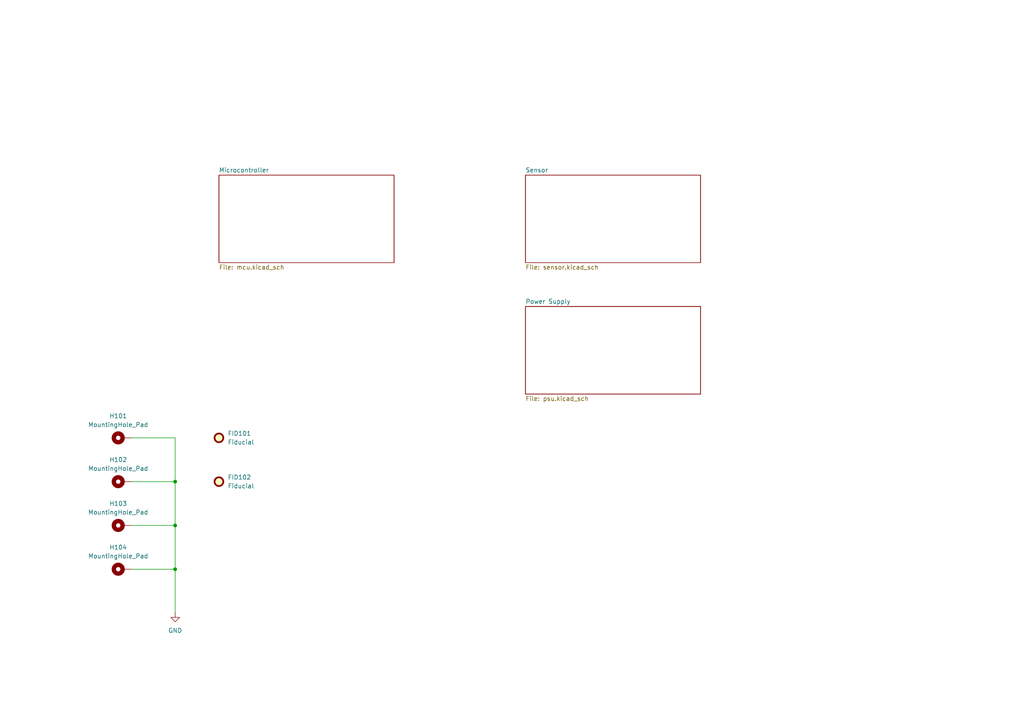
<source format=kicad_sch>
(kicad_sch (version 20250114) (generator "eeschema") (generator_version "9.0")
  (paper "A4")
  (title_block (date "2025-12-28") (rev "a") (company "Perillion Labs"))
  (lib_symbols
    (symbol "Mechanical:Fiducial" (in_bom no)
      (property "Reference" "FID" (at 0 5.08 0))
      (property "Value" "Fiducial" (at 0 3.175 0))
      (symbol "Fiducial_0_1"
        (circle (center 0 0) (radius 1.27) (stroke (width 0.508)) (fill (type background)))
      )
    )
    (symbol "Mechanical:MountingHole_Pad" (pin_numbers (hide yes)) (pin_names (offset 1.016) (hide yes)) (in_bom no)
      (property "Reference" "H" (at 0 6.35 0))
      (property "Value" "MountingHole_Pad" (at 0 4.445 0))
      (symbol "MountingHole_Pad_0_1"
        (circle (center 0 1.27) (radius 1.27) (stroke (width 1.27)))
      )
      (symbol "MountingHole_Pad_1_1"
        (pin input line (at 0 -2.54 90) (length 2.54) (name "1") (number "1"))
      )
    )
    (symbol "power:GND" (power) (pin_numbers (hide yes)) (pin_names (offset 0) (hide yes))
      (property "Value" "GND" (at 0 -3.81 0))
      (symbol "GND_0_1"
        (polyline (pts (xy 0 0) (xy 0 -1.27) (xy 1.27 -1.27) (xy 0 -2.54) (xy -1.27 -1.27) (xy 0 -1.27)))
      )
      (symbol "GND_1_1"
        (pin power_in line (at 0 0 270) (length 0) (name "~") (number "1"))
      )
    )
  )
  (junction (at 50.8 139.7))
  (junction (at 50.8 152.4))
  (junction (at 50.8 165.1))
  (wire (pts (xy 50.8 127) (xy 50.8 139.7)))
  (wire (pts (xy 50.8 177.8) (xy 50.8 165.1)))
  (wire (pts (xy 50.8 152.4) (xy 50.8 165.1)))
  (wire (pts (xy 38.1 139.7) (xy 50.8 139.7)))
  (wire (pts (xy 38.1 152.4) (xy 50.8 152.4)))
  (wire (pts (xy 50.8 165.1) (xy 38.1 165.1)))
  (wire (pts (xy 38.1 127) (xy 50.8 127)))
  (wire (pts (xy 50.8 139.7) (xy 50.8 152.4)))
  (symbol (lib_id "Mechanical:Fiducial") (at 63.5 127 0) (unit 1) (in_bom no)
    (property "Reference" "FID101" (at 66.04 125.7299 0) (effects (justify left)))
    (property "Value" "Fiducial" (at 66.04 128.2699 0) (effects (justify left)))
    (property "Description" "Fiducial Marker" (effects (hide yes)))
  )
  (symbol (lib_id "Mechanical:MountingHole_Pad") (at 35.56 127 90) (unit 1) (in_bom no)
    (property "Reference" "H101" (at 34.29 120.65 90))
    (property "Value" "MountingHole_Pad" (at 34.29 123.19 90))
    (property "Description" "Mounting Hole with connection" (effects (hide yes)))
  )
  (symbol (lib_id "Mechanical:Fiducial") (at 63.5 139.7 0) (unit 1) (in_bom no)
    (property "Reference" "FID102" (at 66.04 138.4299 0) (effects (justify left)))
    (property "Value" "Fiducial" (at 66.04 140.9699 0) (effects (justify left)))
    (property "Description" "Fiducial Marker" (effects (hide yes)))
  )
  (symbol (lib_id "Mechanical:MountingHole_Pad") (at 35.56 139.7 90) (unit 1) (in_bom no)
    (property "Reference" "H102" (at 34.29 133.35 90))
    (property "Value" "MountingHole_Pad" (at 34.29 135.89 90))
    (property "Description" "Mounting Hole with connection" (effects (hide yes)))
  )
  (symbol (lib_id "Mechanical:MountingHole_Pad") (at 35.56 152.4 90) (unit 1) (in_bom no)
    (property "Reference" "H103" (at 34.29 146.05 90))
    (property "Value" "MountingHole_Pad" (at 34.29 148.59 90))
    (property "Description" "Mounting Hole with connection" (effects (hide yes)))
  )
  (symbol (lib_id "Mechanical:MountingHole_Pad") (at 35.56 165.1 90) (unit 1) (in_bom no)
    (property "Reference" "H104" (at 34.29 158.75 90))
    (property "Value" "MountingHole_Pad" (at 34.29 161.29 90))
    (property "Description" "Mounting Hole with connection" (effects (hide yes)))
  )
  (symbol (lib_id "power:GND") (at 50.8 177.8 0) (unit 1)
    (property "Reference" "#PWR0101" (effects (hide yes)))
    (property "Value" "GND" (at 50.8 182.88 0))
    (property "Description" "Power symbol creates a global label with name \"GND\" , ground" (effects (hide yes)))
  )
  (sheet (at 152.4 88.9) (size 50.8 25.4) (stroke (width 0.1524))
    (property "Sheetname" "Power Supply" (at 152.4 88.1884 0) (effects (justify left bottom)))
    (property "Sheetfile" "psu.kicad_sch" (at 152.4 114.8846 0) (effects (justify left top)))
  )
  (sheet (at 63.5 50.8) (size 50.8 25.4) (stroke (width 0.1524))
    (property "Sheetname" "Microcontroller" (at 63.5 50.0884 0) (effects (justify left bottom)))
    (property "Sheetfile" "mcu.kicad_sch" (at 63.5 76.7846 0) (effects (justify left top)))
  )
  (sheet (at 152.4 50.8) (size 50.8 25.4) (stroke (width 0.1524))
    (property "Sheetname" "Sensor" (at 152.4 50.0884 0) (effects (justify left bottom)))
    (property "Sheetfile" "sensor.kicad_sch" (at 152.4 76.7846 0) (effects (justify left top)))
  )
)
</source>
